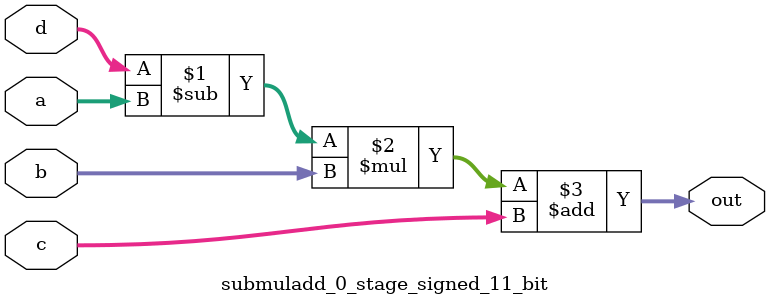
<source format=sv>
(* use_dsp = "yes" *) module submuladd_0_stage_signed_11_bit(
	input signed [10:0] a,
	input signed [10:0] b,
	input signed [10:0] c,
	input signed [10:0] d,
	output [10:0] out
	);

	assign out = ((d - a) * b) + c;
endmodule

</source>
